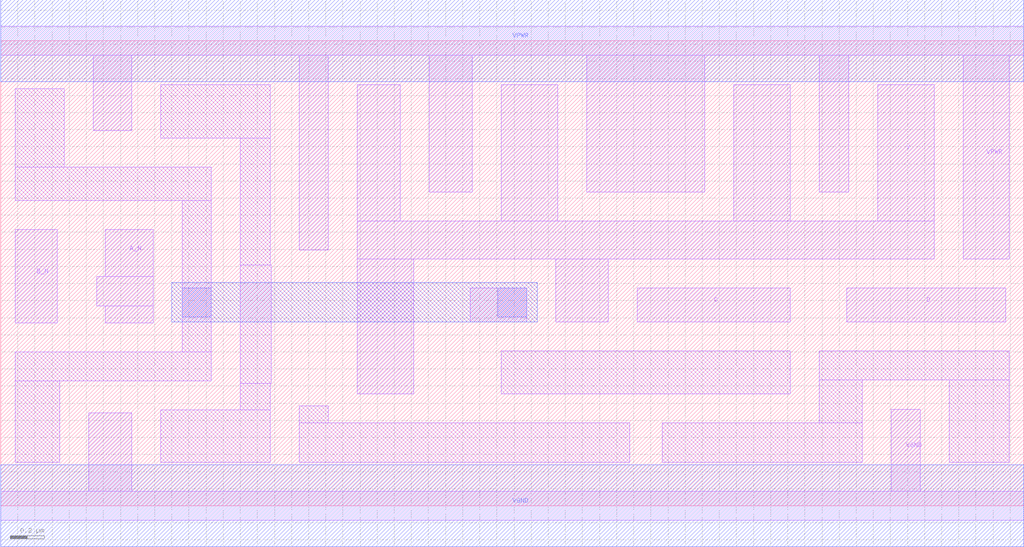
<source format=lef>
# Copyright 2020 The SkyWater PDK Authors
#
# Licensed under the Apache License, Version 2.0 (the "License");
# you may not use this file except in compliance with the License.
# You may obtain a copy of the License at
#
#     https://www.apache.org/licenses/LICENSE-2.0
#
# Unless required by applicable law or agreed to in writing, software
# distributed under the License is distributed on an "AS IS" BASIS,
# WITHOUT WARRANTIES OR CONDITIONS OF ANY KIND, either express or implied.
# See the License for the specific language governing permissions and
# limitations under the License.
#
# SPDX-License-Identifier: Apache-2.0

VERSION 5.5 ;
NAMESCASESENSITIVE ON ;
BUSBITCHARS "[]" ;
DIVIDERCHAR "/" ;
MACRO sky130_fd_sc_hd__nand4bb_2
  CLASS CORE ;
  SOURCE USER ;
  ORIGIN  0.000000  0.000000 ;
  SIZE  5.980000 BY  2.720000 ;
  SYMMETRY X Y R90 ;
  SITE unithd ;
  PIN A_N
    ANTENNAGATEAREA  0.126000 ;
    DIRECTION INPUT ;
    USE SIGNAL ;
    PORT
      LAYER li1 ;
        RECT 0.560000 1.170000 0.890000 1.340000 ;
        RECT 0.610000 1.070000 0.890000 1.170000 ;
        RECT 0.610000 1.340000 0.890000 1.615000 ;
    END
  END A_N
  PIN B_N
    ANTENNAGATEAREA  0.126000 ;
    DIRECTION INPUT ;
    USE SIGNAL ;
    PORT
      LAYER li1 ;
        RECT 0.085000 1.070000 0.330000 1.615000 ;
    END
  END B_N
  PIN C
    ANTENNAGATEAREA  0.495000 ;
    DIRECTION INPUT ;
    USE SIGNAL ;
    PORT
      LAYER li1 ;
        RECT 3.720000 1.075000 4.615000 1.275000 ;
    END
  END C
  PIN D
    ANTENNAGATEAREA  0.495000 ;
    DIRECTION INPUT ;
    USE SIGNAL ;
    PORT
      LAYER li1 ;
        RECT 4.945000 1.075000 5.875000 1.275000 ;
    END
  END D
  PIN Y
    ANTENNADIFFAREA  1.255500 ;
    DIRECTION OUTPUT ;
    USE SIGNAL ;
    PORT
      LAYER li1 ;
        RECT 2.085000 0.655000 2.415000 1.445000 ;
        RECT 2.085000 1.445000 5.455000 1.665000 ;
        RECT 2.085000 1.665000 2.335000 2.465000 ;
        RECT 2.925000 1.665000 3.255000 2.465000 ;
        RECT 3.245000 1.075000 3.550000 1.445000 ;
        RECT 4.285000 1.665000 4.615000 2.465000 ;
        RECT 5.125000 1.665000 5.455000 2.465000 ;
    END
  END Y
  PIN VGND
    DIRECTION INOUT ;
    SHAPE ABUTMENT ;
    USE GROUND ;
    PORT
      LAYER li1 ;
        RECT 0.000000 -0.085000 5.980000 0.085000 ;
        RECT 0.515000  0.085000 0.765000 0.545000 ;
        RECT 5.205000  0.085000 5.375000 0.565000 ;
    END
    PORT
      LAYER met1 ;
        RECT 0.000000 -0.240000 5.980000 0.240000 ;
    END
  END VGND
  PIN VPWR
    DIRECTION INOUT ;
    SHAPE ABUTMENT ;
    USE POWER ;
    PORT
      LAYER li1 ;
        RECT 0.000000 2.635000 5.980000 2.805000 ;
        RECT 0.540000 2.195000 0.765000 2.635000 ;
        RECT 1.745000 1.495000 1.915000 2.635000 ;
        RECT 2.505000 1.835000 2.755000 2.635000 ;
        RECT 3.425000 1.835000 4.115000 2.635000 ;
        RECT 4.785000 1.835000 4.955000 2.635000 ;
        RECT 5.625000 1.445000 5.895000 2.635000 ;
    END
    PORT
      LAYER met1 ;
        RECT 0.000000 2.480000 5.980000 2.960000 ;
    END
  END VPWR
  OBS
    LAYER li1 ;
      RECT 0.085000 0.255000 0.345000 0.730000 ;
      RECT 0.085000 0.730000 1.230000 0.900000 ;
      RECT 0.085000 1.785000 1.230000 1.980000 ;
      RECT 0.085000 1.980000 0.370000 2.440000 ;
      RECT 0.935000 0.255000 1.575000 0.560000 ;
      RECT 0.935000 2.150000 1.575000 2.465000 ;
      RECT 1.060000 0.900000 1.230000 1.785000 ;
      RECT 1.400000 0.560000 1.575000 0.715000 ;
      RECT 1.400000 0.715000 1.580000 1.410000 ;
      RECT 1.400000 1.410000 1.575000 2.150000 ;
      RECT 1.745000 0.255000 3.675000 0.485000 ;
      RECT 1.745000 0.485000 1.915000 0.585000 ;
      RECT 2.745000 1.075000 3.075000 1.275000 ;
      RECT 2.925000 0.655000 4.615000 0.905000 ;
      RECT 3.865000 0.255000 5.035000 0.485000 ;
      RECT 4.785000 0.485000 5.035000 0.735000 ;
      RECT 4.785000 0.735000 5.895000 0.905000 ;
      RECT 5.545000 0.255000 5.895000 0.735000 ;
    LAYER mcon ;
      RECT 1.060000 1.105000 1.230000 1.275000 ;
      RECT 2.905000 1.105000 3.075000 1.275000 ;
    LAYER met1 ;
      RECT 1.000000 1.075000 3.135000 1.305000 ;
  END
END sky130_fd_sc_hd__nand4bb_2

</source>
